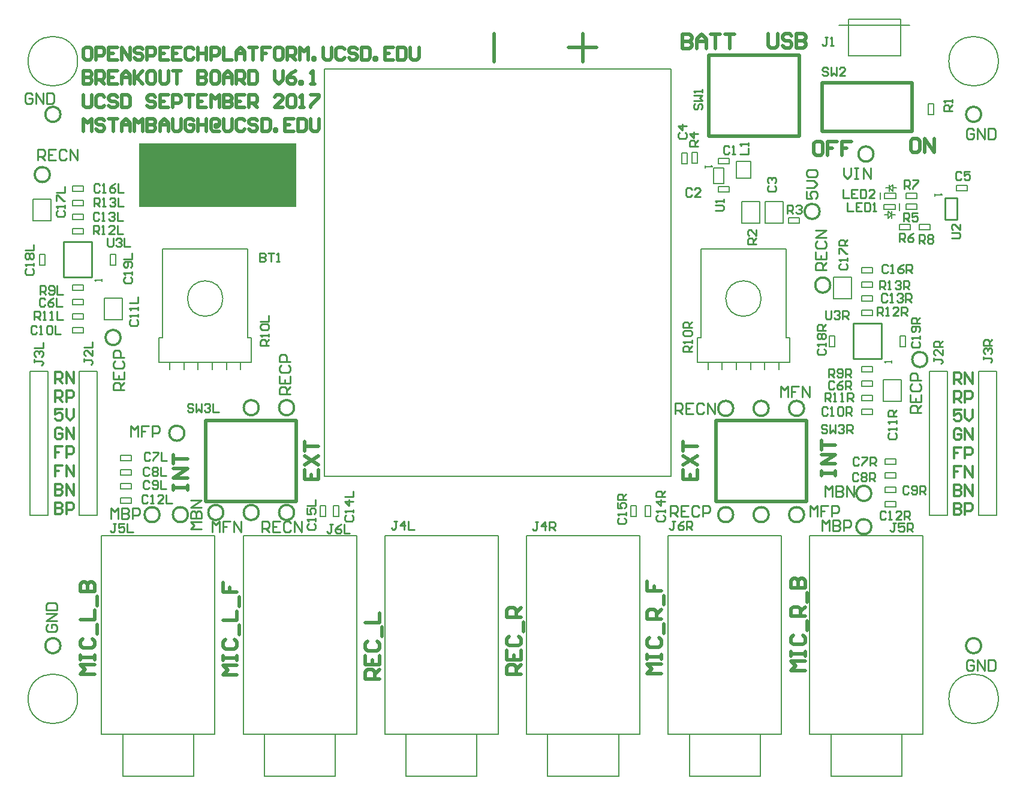
<source format=gto>
G04 Layer_Color=65535*
%FSLAX43Y43*%
%MOMM*%
G71*
G01*
G75*
%ADD23C,0.500*%
%ADD26C,0.300*%
%ADD28C,0.254*%
%ADD45C,0.127*%
%ADD46C,0.152*%
%ADD47C,0.200*%
%ADD48R,22.200X9.000*%
D23*
X111400Y32870D02*
Y44300D01*
X98600Y32870D02*
X111400D01*
X98600D02*
Y44300D01*
X111400D01*
X26600Y32870D02*
Y44300D01*
X39400D01*
Y32870D02*
Y44300D01*
X26600Y32870D02*
X39400D01*
X97600Y84400D02*
Y95830D01*
X110400D01*
Y84400D02*
Y95830D01*
X97600Y84400D02*
X110400D01*
X113650Y85071D02*
X126350D01*
Y91929D01*
X113650D02*
X126350D01*
X113650Y85071D02*
Y91929D01*
X67300Y94930D02*
Y98930D01*
X79800Y94930D02*
Y98930D01*
X77800Y96930D02*
X81800D01*
X10200Y96977D02*
X9600D01*
X9300Y96677D01*
Y95478D01*
X9600Y95178D01*
X10200D01*
X10500Y95478D01*
Y96677D01*
X10200Y96977D01*
X11099Y95178D02*
Y96977D01*
X11999D01*
X12299Y96677D01*
Y96078D01*
X11999Y95778D01*
X11099D01*
X14098Y96977D02*
X12899D01*
Y95178D01*
X14098D01*
X12899Y96078D02*
X13499D01*
X14698Y95178D02*
Y96977D01*
X15898Y95178D01*
Y96977D01*
X17697Y96677D02*
X17397Y96977D01*
X16798D01*
X16498Y96677D01*
Y96378D01*
X16798Y96078D01*
X17397D01*
X17697Y95778D01*
Y95478D01*
X17397Y95178D01*
X16798D01*
X16498Y95478D01*
X18297Y95178D02*
Y96977D01*
X19197D01*
X19497Y96677D01*
Y96078D01*
X19197Y95778D01*
X18297D01*
X21296Y96977D02*
X20097D01*
Y95178D01*
X21296D01*
X20097Y96078D02*
X20696D01*
X23096Y96977D02*
X21896D01*
Y95178D01*
X23096D01*
X21896Y96078D02*
X22496D01*
X24895Y96677D02*
X24595Y96977D01*
X23995D01*
X23695Y96677D01*
Y95478D01*
X23995Y95178D01*
X24595D01*
X24895Y95478D01*
X25495Y96977D02*
Y95178D01*
Y96078D01*
X26694D01*
Y96977D01*
Y95178D01*
X27294D02*
Y96977D01*
X28194D01*
X28494Y96677D01*
Y96078D01*
X28194Y95778D01*
X27294D01*
X29094Y96977D02*
Y95178D01*
X30293D01*
X30893D02*
Y96378D01*
X31493Y96977D01*
X32093Y96378D01*
Y95178D01*
Y96078D01*
X30893D01*
X32692Y96977D02*
X33892D01*
X33292D01*
Y95178D01*
X35691Y96977D02*
X34492D01*
Y96078D01*
X35092D01*
X34492D01*
Y95178D01*
X37191Y96977D02*
X36591D01*
X36291Y96677D01*
Y95478D01*
X36591Y95178D01*
X37191D01*
X37491Y95478D01*
Y96677D01*
X37191Y96977D01*
X38091Y95178D02*
Y96977D01*
X38990D01*
X39290Y96677D01*
Y96078D01*
X38990Y95778D01*
X38091D01*
X38690D02*
X39290Y95178D01*
X39890D02*
Y96977D01*
X40490Y96378D01*
X41090Y96977D01*
Y95178D01*
X41690D02*
Y95478D01*
X41989D01*
Y95178D01*
X41690D01*
X43189Y96977D02*
Y95478D01*
X43489Y95178D01*
X44089D01*
X44389Y95478D01*
Y96977D01*
X46188Y96677D02*
X45888Y96977D01*
X45288D01*
X44988Y96677D01*
Y95478D01*
X45288Y95178D01*
X45888D01*
X46188Y95478D01*
X47987Y96677D02*
X47688Y96977D01*
X47088D01*
X46788Y96677D01*
Y96378D01*
X47088Y96078D01*
X47688D01*
X47987Y95778D01*
Y95478D01*
X47688Y95178D01*
X47088D01*
X46788Y95478D01*
X48587Y96977D02*
Y95178D01*
X49487D01*
X49787Y95478D01*
Y96677D01*
X49487Y96977D01*
X48587D01*
X50387Y95178D02*
Y95478D01*
X50687D01*
Y95178D01*
X50387D01*
X53086Y96977D02*
X51886D01*
Y95178D01*
X53086D01*
X51886Y96078D02*
X52486D01*
X53686Y96977D02*
Y95178D01*
X54585D01*
X54885Y95478D01*
Y96677D01*
X54585Y96977D01*
X53686D01*
X55485D02*
Y95478D01*
X55785Y95178D01*
X56385D01*
X56685Y95478D01*
Y96977D01*
X9300Y93618D02*
Y91819D01*
X10200D01*
X10500Y92118D01*
Y92418D01*
X10200Y92718D01*
X9300D01*
X10200D01*
X10500Y93018D01*
Y93318D01*
X10200Y93618D01*
X9300D01*
X11099Y91819D02*
Y93618D01*
X11999D01*
X12299Y93318D01*
Y92718D01*
X11999Y92418D01*
X11099D01*
X11699D02*
X12299Y91819D01*
X14098Y93618D02*
X12899D01*
Y91819D01*
X14098D01*
X12899Y92718D02*
X13499D01*
X14698Y91819D02*
Y93018D01*
X15298Y93618D01*
X15898Y93018D01*
Y91819D01*
Y92718D01*
X14698D01*
X16498Y93618D02*
Y91819D01*
Y92418D01*
X17697Y93618D01*
X16798Y92718D01*
X17697Y91819D01*
X19197Y93618D02*
X18597D01*
X18297Y93318D01*
Y92118D01*
X18597Y91819D01*
X19197D01*
X19497Y92118D01*
Y93318D01*
X19197Y93618D01*
X20097D02*
Y92118D01*
X20396Y91819D01*
X20996D01*
X21296Y92118D01*
Y93618D01*
X21896D02*
X23096D01*
X22496D01*
Y91819D01*
X25495Y93618D02*
Y91819D01*
X26394D01*
X26694Y92118D01*
Y92418D01*
X26394Y92718D01*
X25495D01*
X26394D01*
X26694Y93018D01*
Y93318D01*
X26394Y93618D01*
X25495D01*
X28194D02*
X27594D01*
X27294Y93318D01*
Y92118D01*
X27594Y91819D01*
X28194D01*
X28494Y92118D01*
Y93318D01*
X28194Y93618D01*
X29094Y91819D02*
Y93018D01*
X29693Y93618D01*
X30293Y93018D01*
Y91819D01*
Y92718D01*
X29094D01*
X30893Y91819D02*
Y93618D01*
X31793D01*
X32093Y93318D01*
Y92718D01*
X31793Y92418D01*
X30893D01*
X31493D02*
X32093Y91819D01*
X32692Y93618D02*
Y91819D01*
X33592D01*
X33892Y92118D01*
Y93318D01*
X33592Y93618D01*
X32692D01*
X36291D02*
Y92418D01*
X36891Y91819D01*
X37491Y92418D01*
Y93618D01*
X39290D02*
X38690Y93318D01*
X38091Y92718D01*
Y92118D01*
X38391Y91819D01*
X38990D01*
X39290Y92118D01*
Y92418D01*
X38990Y92718D01*
X38091D01*
X39890Y91819D02*
Y92118D01*
X40190D01*
Y91819D01*
X39890D01*
X41390D02*
X41989D01*
X41690D01*
Y93618D01*
X41390Y93318D01*
X9300Y90259D02*
Y88759D01*
X9600Y88459D01*
X10200D01*
X10500Y88759D01*
Y90259D01*
X12299Y89959D02*
X11999Y90259D01*
X11399D01*
X11099Y89959D01*
Y88759D01*
X11399Y88459D01*
X11999D01*
X12299Y88759D01*
X14098Y89959D02*
X13799Y90259D01*
X13199D01*
X12899Y89959D01*
Y89659D01*
X13199Y89359D01*
X13799D01*
X14098Y89059D01*
Y88759D01*
X13799Y88459D01*
X13199D01*
X12899Y88759D01*
X14698Y90259D02*
Y88459D01*
X15598D01*
X15898Y88759D01*
Y89959D01*
X15598Y90259D01*
X14698D01*
X19497Y89959D02*
X19197Y90259D01*
X18597D01*
X18297Y89959D01*
Y89659D01*
X18597Y89359D01*
X19197D01*
X19497Y89059D01*
Y88759D01*
X19197Y88459D01*
X18597D01*
X18297Y88759D01*
X21296Y90259D02*
X20097D01*
Y88459D01*
X21296D01*
X20097Y89359D02*
X20696D01*
X21896Y88459D02*
Y90259D01*
X22796D01*
X23096Y89959D01*
Y89359D01*
X22796Y89059D01*
X21896D01*
X23695Y90259D02*
X24895D01*
X24295D01*
Y88459D01*
X26694Y90259D02*
X25495D01*
Y88459D01*
X26694D01*
X25495Y89359D02*
X26095D01*
X27294Y88459D02*
Y90259D01*
X27894Y89659D01*
X28494Y90259D01*
Y88459D01*
X29094Y90259D02*
Y88459D01*
X29993D01*
X30293Y88759D01*
Y89059D01*
X29993Y89359D01*
X29094D01*
X29993D01*
X30293Y89659D01*
Y89959D01*
X29993Y90259D01*
X29094D01*
X32093D02*
X30893D01*
Y88459D01*
X32093D01*
X30893Y89359D02*
X31493D01*
X32692Y88459D02*
Y90259D01*
X33592D01*
X33892Y89959D01*
Y89359D01*
X33592Y89059D01*
X32692D01*
X33292D02*
X33892Y88459D01*
X37491D02*
X36291D01*
X37491Y89659D01*
Y89959D01*
X37191Y90259D01*
X36591D01*
X36291Y89959D01*
X38091D02*
X38391Y90259D01*
X38990D01*
X39290Y89959D01*
Y88759D01*
X38990Y88459D01*
X38391D01*
X38091Y88759D01*
Y89959D01*
X39890Y88459D02*
X40490D01*
X40190D01*
Y90259D01*
X39890Y89959D01*
X41390Y90259D02*
X42589D01*
Y89959D01*
X41390Y88759D01*
Y88459D01*
X9300Y85100D02*
Y86899D01*
X9900Y86300D01*
X10500Y86899D01*
Y85100D01*
X12299Y86600D02*
X11999Y86899D01*
X11399D01*
X11099Y86600D01*
Y86300D01*
X11399Y86000D01*
X11999D01*
X12299Y85700D01*
Y85400D01*
X11999Y85100D01*
X11399D01*
X11099Y85400D01*
X12899Y86899D02*
X14098D01*
X13499D01*
Y85100D01*
X14698D02*
Y86300D01*
X15298Y86899D01*
X15898Y86300D01*
Y85100D01*
Y86000D01*
X14698D01*
X16498Y85100D02*
Y86899D01*
X17097Y86300D01*
X17697Y86899D01*
Y85100D01*
X18297Y86899D02*
Y85100D01*
X19197D01*
X19497Y85400D01*
Y85700D01*
X19197Y86000D01*
X18297D01*
X19197D01*
X19497Y86300D01*
Y86600D01*
X19197Y86899D01*
X18297D01*
X20097Y85100D02*
Y86300D01*
X20696Y86899D01*
X21296Y86300D01*
Y85100D01*
Y86000D01*
X20097D01*
X21896Y86899D02*
Y85400D01*
X22196Y85100D01*
X22796D01*
X23096Y85400D01*
Y86899D01*
X24895Y86600D02*
X24595Y86899D01*
X23995D01*
X23695Y86600D01*
Y85400D01*
X23995Y85100D01*
X24595D01*
X24895Y85400D01*
Y86000D01*
X24295D01*
X25495Y86899D02*
Y85100D01*
Y86000D01*
X26694D01*
Y86899D01*
Y85100D01*
X28194Y85700D02*
Y86000D01*
X27894D01*
Y85700D01*
X28194D01*
X28494Y86000D01*
Y86600D01*
X28194Y86899D01*
X27594D01*
X27294Y86600D01*
Y85400D01*
X27594Y85100D01*
X28494D01*
X29094Y86899D02*
Y85400D01*
X29393Y85100D01*
X29993D01*
X30293Y85400D01*
Y86899D01*
X32093Y86600D02*
X31793Y86899D01*
X31193D01*
X30893Y86600D01*
Y85400D01*
X31193Y85100D01*
X31793D01*
X32093Y85400D01*
X33892Y86600D02*
X33592Y86899D01*
X32992D01*
X32692Y86600D01*
Y86300D01*
X32992Y86000D01*
X33592D01*
X33892Y85700D01*
Y85400D01*
X33592Y85100D01*
X32992D01*
X32692Y85400D01*
X34492Y86899D02*
Y85100D01*
X35392D01*
X35691Y85400D01*
Y86600D01*
X35392Y86899D01*
X34492D01*
X36291Y85100D02*
Y85400D01*
X36591D01*
Y85100D01*
X36291D01*
X38990Y86899D02*
X37791D01*
Y85100D01*
X38990D01*
X37791Y86000D02*
X38391D01*
X39590Y86899D02*
Y85100D01*
X40490D01*
X40790Y85400D01*
Y86600D01*
X40490Y86899D01*
X39590D01*
X41390D02*
Y85400D01*
X41690Y85100D01*
X42289D01*
X42589Y85400D01*
Y86899D01*
X71100Y8500D02*
X69101D01*
Y9500D01*
X69434Y9833D01*
X70100D01*
X70434Y9500D01*
Y8500D01*
Y9166D02*
X71100Y9833D01*
X69101Y11832D02*
Y10499D01*
X71100D01*
Y11832D01*
X70100Y10499D02*
Y11166D01*
X69434Y13832D02*
X69101Y13498D01*
Y12832D01*
X69434Y12499D01*
X70767D01*
X71100Y12832D01*
Y13498D01*
X70767Y13832D01*
X71433Y14498D02*
Y15831D01*
X71100Y16497D02*
X69101D01*
Y17497D01*
X69434Y17830D01*
X70100D01*
X70434Y17497D01*
Y16497D01*
Y17164D02*
X71100Y17830D01*
X90900Y8600D02*
X88901D01*
X89567Y9266D01*
X88901Y9933D01*
X90900D01*
X88901Y10599D02*
Y11266D01*
Y10933D01*
X90900D01*
Y10599D01*
Y11266D01*
X89234Y13598D02*
X88901Y13265D01*
Y12599D01*
X89234Y12265D01*
X90567D01*
X90900Y12599D01*
Y13265D01*
X90567Y13598D01*
X91233Y14265D02*
Y15598D01*
X90900Y16264D02*
X88901D01*
Y17264D01*
X89234Y17597D01*
X89900D01*
X90234Y17264D01*
Y16264D01*
Y16931D02*
X90900Y17597D01*
X91233Y18264D02*
Y19596D01*
X88901Y21596D02*
Y20263D01*
X89900D01*
Y20929D01*
Y20263D01*
X90900D01*
X111200Y9000D02*
X109201D01*
X109867Y9666D01*
X109201Y10333D01*
X111200D01*
X109201Y10999D02*
Y11666D01*
Y11333D01*
X111200D01*
Y10999D01*
Y11666D01*
X109534Y13998D02*
X109201Y13665D01*
Y12999D01*
X109534Y12665D01*
X110867D01*
X111200Y12999D01*
Y13665D01*
X110867Y13998D01*
X111533Y14665D02*
Y15998D01*
X111200Y16664D02*
X109201D01*
Y17664D01*
X109534Y17997D01*
X110200D01*
X110534Y17664D01*
Y16664D01*
Y17331D02*
X111200Y17997D01*
X111533Y18664D02*
Y19996D01*
X109201Y20663D02*
X111200D01*
Y21663D01*
X110867Y21996D01*
X110534D01*
X110200Y21663D01*
Y20663D01*
Y21663D01*
X109867Y21996D01*
X109534D01*
X109201Y21663D01*
Y20663D01*
X51100Y7800D02*
X49101D01*
Y8800D01*
X49434Y9133D01*
X50100D01*
X50434Y8800D01*
Y7800D01*
Y8466D02*
X51100Y9133D01*
X49101Y11132D02*
Y9799D01*
X51100D01*
Y11132D01*
X50100Y9799D02*
Y10466D01*
X49434Y13132D02*
X49101Y12798D01*
Y12132D01*
X49434Y11799D01*
X50767D01*
X51100Y12132D01*
Y12798D01*
X50767Y13132D01*
X51433Y13798D02*
Y15131D01*
X49101Y15797D02*
X51100D01*
Y17130D01*
X10900Y8500D02*
X8901D01*
X9567Y9166D01*
X8901Y9833D01*
X10900D01*
X8901Y10499D02*
Y11166D01*
Y10833D01*
X10900D01*
Y10499D01*
Y11166D01*
X9234Y13498D02*
X8901Y13165D01*
Y12499D01*
X9234Y12165D01*
X10567D01*
X10900Y12499D01*
Y13165D01*
X10567Y13498D01*
X11233Y14165D02*
Y15498D01*
X8901Y16164D02*
X10900D01*
Y17497D01*
X11233Y18164D02*
Y19496D01*
X8901Y20163D02*
X10900D01*
Y21163D01*
X10567Y21496D01*
X10234D01*
X9900Y21163D01*
Y20163D01*
Y21163D01*
X9567Y21496D01*
X9234D01*
X8901Y21163D01*
Y20163D01*
X31000Y8400D02*
X29001D01*
X29667Y9066D01*
X29001Y9733D01*
X31000D01*
X29001Y10399D02*
Y11066D01*
Y10733D01*
X31000D01*
Y10399D01*
Y11066D01*
X29334Y13398D02*
X29001Y13065D01*
Y12399D01*
X29334Y12065D01*
X30667D01*
X31000Y12399D01*
Y13065D01*
X30667Y13398D01*
X31333Y14065D02*
Y15398D01*
X29001Y16064D02*
X31000D01*
Y17397D01*
X31333Y18064D02*
Y19396D01*
X29001Y21396D02*
Y20063D01*
X30000D01*
Y20729D01*
Y20063D01*
X31000D01*
X93900Y98799D02*
Y96800D01*
X94900D01*
X95233Y97133D01*
Y97466D01*
X94900Y97800D01*
X93900D01*
X94900D01*
X95233Y98133D01*
Y98466D01*
X94900Y98799D01*
X93900D01*
X95899Y96800D02*
Y98133D01*
X96566Y98799D01*
X97232Y98133D01*
Y96800D01*
Y97800D01*
X95899D01*
X97899Y98799D02*
X99232D01*
X98565D01*
Y96800D01*
X99898Y98799D02*
X101231D01*
X100565D01*
Y96800D01*
X106000Y98899D02*
Y97233D01*
X106333Y96900D01*
X107000D01*
X107333Y97233D01*
Y98899D01*
X109332Y98566D02*
X108999Y98899D01*
X108333D01*
X107999Y98566D01*
Y98233D01*
X108333Y97900D01*
X108999D01*
X109332Y97566D01*
Y97233D01*
X108999Y96900D01*
X108333D01*
X107999Y97233D01*
X109999Y98899D02*
Y96900D01*
X110998D01*
X111332Y97233D01*
Y97566D01*
X110998Y97900D01*
X109999D01*
X110998D01*
X111332Y98233D01*
Y98566D01*
X110998Y98899D01*
X109999D01*
X127100Y84099D02*
X126433D01*
X126100Y83766D01*
Y82433D01*
X126433Y82100D01*
X127100D01*
X127433Y82433D01*
Y83766D01*
X127100Y84099D01*
X128099Y82100D02*
Y84099D01*
X129432Y82100D01*
Y84099D01*
X113400Y83699D02*
X112733D01*
X112400Y83366D01*
Y82033D01*
X112733Y81700D01*
X113400D01*
X113733Y82033D01*
Y83366D01*
X113400Y83699D01*
X115732D02*
X114399D01*
Y82700D01*
X115066D01*
X114399D01*
Y81700D01*
X117732Y83699D02*
X116399D01*
Y82700D01*
X117065D01*
X116399D01*
Y81700D01*
X113501Y36500D02*
Y37166D01*
Y36833D01*
X115500D01*
Y36500D01*
Y37166D01*
Y38166D02*
X113501D01*
X115500Y39499D01*
X113501D01*
Y40165D02*
Y41498D01*
Y40832D01*
X115500D01*
X22001Y34500D02*
Y35166D01*
Y34833D01*
X24000D01*
Y34500D01*
Y35166D01*
Y36166D02*
X22001D01*
X24000Y37499D01*
X22001D01*
Y38165D02*
Y39498D01*
Y38832D01*
X24000D01*
X40501Y37333D02*
Y36000D01*
X42500D01*
Y37333D01*
X41500Y36000D02*
Y36666D01*
X40501Y37999D02*
X42500Y39332D01*
X40501D02*
X42500Y37999D01*
X40501Y39999D02*
Y41332D01*
Y40665D01*
X42500D01*
X94001Y37333D02*
Y36000D01*
X96000D01*
Y37333D01*
X95000Y36000D02*
Y36666D01*
X94001Y37999D02*
X96000Y39332D01*
X94001D02*
X96000Y37999D01*
X94001Y39999D02*
Y41332D01*
Y40665D01*
X96000D01*
D26*
X136061Y87500D02*
G03*
X136061Y87500I-1061J0D01*
G01*
Y12500D02*
G03*
X136061Y12500I-1061J0D01*
G01*
X34061Y31300D02*
G03*
X34061Y31300I-1061J0D01*
G01*
X34061Y46100D02*
G03*
X34061Y46100I-1061J0D01*
G01*
X106061Y46000D02*
G03*
X106061Y46000I-1061J0D01*
G01*
Y31000D02*
G03*
X106061Y31000I-1061J0D01*
G01*
X6061Y87500D02*
G03*
X6061Y87500I-1061J0D01*
G01*
X4561Y79000D02*
G03*
X4561Y79000I-1061J0D01*
G01*
X14561Y56000D02*
G03*
X14561Y56000I-1061J0D01*
G01*
X6061Y12500D02*
G03*
X6061Y12500I-1061J0D01*
G01*
X20061Y31000D02*
G03*
X20061Y31000I-1061J0D01*
G01*
X24061D02*
G03*
X24061Y31000I-1061J0D01*
G01*
X29061Y31300D02*
G03*
X29061Y31300I-1061J0D01*
G01*
X39061D02*
G03*
X39061Y31300I-1061J0D01*
G01*
X39061Y46100D02*
G03*
X39061Y46100I-1061J0D01*
G01*
X101061Y31000D02*
G03*
X101061Y31000I-1061J0D01*
G01*
X101061Y46000D02*
G03*
X101061Y46000I-1061J0D01*
G01*
X111061Y31000D02*
G03*
X111061Y31000I-1061J0D01*
G01*
X120561Y34000D02*
G03*
X120561Y34000I-1061J0D01*
G01*
X120560Y29300D02*
G03*
X120560Y29300I-1061J0D01*
G01*
X111061Y46000D02*
G03*
X111061Y46000I-1061J0D01*
G01*
X113261Y73800D02*
G03*
X113261Y73800I-1061J0D01*
G01*
X120861Y81900D02*
G03*
X120861Y81900I-1061J0D01*
G01*
X128461Y52900D02*
G03*
X128461Y52900I-1061J0D01*
G01*
X114761Y63400D02*
G03*
X114761Y63400I-1061J0D01*
G01*
X23561Y42500D02*
G03*
X23561Y42500I-1061J0D01*
G01*
X5300Y49576D02*
Y51175D01*
X6100D01*
X6366Y50909D01*
Y50375D01*
X6100Y50109D01*
X5300D01*
X5833D02*
X6366Y49576D01*
X6899D02*
Y51175D01*
X7966Y49576D01*
Y51175D01*
X5300Y46936D02*
Y48536D01*
X6100D01*
X6366Y48269D01*
Y47736D01*
X6100Y47469D01*
X5300D01*
X5833D02*
X6366Y46936D01*
X6899D02*
Y48536D01*
X7699D01*
X7966Y48269D01*
Y47736D01*
X7699Y47469D01*
X6899D01*
X6366Y45896D02*
X5300D01*
Y45097D01*
X5833Y45363D01*
X6100D01*
X6366Y45097D01*
Y44563D01*
X6100Y44297D01*
X5567D01*
X5300Y44563D01*
X6899Y45896D02*
Y44830D01*
X7433Y44297D01*
X7966Y44830D01*
Y45896D01*
X6366Y42990D02*
X6100Y43257D01*
X5567D01*
X5300Y42990D01*
Y41924D01*
X5567Y41658D01*
X6100D01*
X6366Y41924D01*
Y42457D01*
X5833D01*
X6899Y41658D02*
Y43257D01*
X7966Y41658D01*
Y43257D01*
X6366Y40618D02*
X5300D01*
Y39818D01*
X5833D01*
X5300D01*
Y39018D01*
X6899D02*
Y40618D01*
X7699D01*
X7966Y40351D01*
Y39818D01*
X7699Y39551D01*
X6899D01*
X6366Y37978D02*
X5300D01*
Y37178D01*
X5833D01*
X5300D01*
Y36379D01*
X6899D02*
Y37978D01*
X7966Y36379D01*
Y37978D01*
X5300Y35339D02*
Y33739D01*
X6100D01*
X6366Y34006D01*
Y34273D01*
X6100Y34539D01*
X5300D01*
X6100D01*
X6366Y34806D01*
Y35072D01*
X6100Y35339D01*
X5300D01*
X6899Y33739D02*
Y35339D01*
X7966Y33739D01*
Y35339D01*
X5300Y32699D02*
Y31100D01*
X6100D01*
X6366Y31367D01*
Y31633D01*
X6100Y31900D01*
X5300D01*
X6100D01*
X6366Y32166D01*
Y32433D01*
X6100Y32699D01*
X5300D01*
X6899Y31100D02*
Y32699D01*
X7699D01*
X7966Y32433D01*
Y31900D01*
X7699Y31633D01*
X6899D01*
X132199Y49476D02*
Y51075D01*
X132999D01*
X133266Y50809D01*
Y50275D01*
X132999Y50009D01*
X132199D01*
X132733D02*
X133266Y49476D01*
X133799D02*
Y51075D01*
X134865Y49476D01*
Y51075D01*
X132199Y46836D02*
Y48436D01*
X132999D01*
X133266Y48169D01*
Y47636D01*
X132999Y47369D01*
X132199D01*
X132733D02*
X133266Y46836D01*
X133799D02*
Y48436D01*
X134599D01*
X134865Y48169D01*
Y47636D01*
X134599Y47369D01*
X133799D01*
X133266Y45796D02*
X132199D01*
Y44997D01*
X132733Y45263D01*
X132999D01*
X133266Y44997D01*
Y44463D01*
X132999Y44197D01*
X132466D01*
X132199Y44463D01*
X133799Y45796D02*
Y44730D01*
X134332Y44197D01*
X134865Y44730D01*
Y45796D01*
X133266Y42890D02*
X132999Y43157D01*
X132466D01*
X132199Y42890D01*
Y41824D01*
X132466Y41557D01*
X132999D01*
X133266Y41824D01*
Y42357D01*
X132733D01*
X133799Y41557D02*
Y43157D01*
X134865Y41557D01*
Y43157D01*
X133266Y40518D02*
X132199D01*
Y39718D01*
X132733D01*
X132199D01*
Y38918D01*
X133799D02*
Y40518D01*
X134599D01*
X134865Y40251D01*
Y39718D01*
X134599Y39451D01*
X133799D01*
X133266Y37878D02*
X132199D01*
Y37078D01*
X132733D01*
X132199D01*
Y36279D01*
X133799D02*
Y37878D01*
X134865Y36279D01*
Y37878D01*
X132199Y35239D02*
Y33639D01*
X132999D01*
X133266Y33906D01*
Y34173D01*
X132999Y34439D01*
X132199D01*
X132999D01*
X133266Y34706D01*
Y34972D01*
X132999Y35239D01*
X132199D01*
X133799Y33639D02*
Y35239D01*
X134865Y33639D01*
Y35239D01*
X132199Y32599D02*
Y31000D01*
X132999D01*
X133266Y31267D01*
Y31533D01*
X132999Y31800D01*
X132199D01*
X132999D01*
X133266Y32066D01*
Y32333D01*
X132999Y32599D01*
X132199D01*
X133799Y31000D02*
Y32599D01*
X134599D01*
X134865Y32333D01*
Y31800D01*
X134599Y31533D01*
X133799D01*
D28*
X6500Y64500D02*
Y69500D01*
Y64500D02*
X10500D01*
Y69500D01*
X6500D02*
X10500D01*
X118000Y53000D02*
Y58000D01*
Y53000D02*
X122000D01*
Y58000D01*
X118000D02*
X122000D01*
X130925Y72675D02*
Y75725D01*
X132675Y72675D02*
Y75725D01*
X130925D02*
X132675D01*
X130925Y72675D02*
X132675D01*
X24800Y46500D02*
X24600Y46700D01*
X24200D01*
X24000Y46500D01*
Y46300D01*
X24200Y46100D01*
X24600D01*
X24800Y45900D01*
Y45700D01*
X24600Y45500D01*
X24200D01*
X24000Y45700D01*
X25200Y46700D02*
Y45500D01*
X25599Y45900D01*
X25999Y45500D01*
Y46700D01*
X26399Y46500D02*
X26599Y46700D01*
X26999D01*
X27199Y46500D01*
Y46300D01*
X26999Y46100D01*
X26799D01*
X26999D01*
X27199Y45900D01*
Y45700D01*
X26999Y45500D01*
X26599D01*
X26399Y45700D01*
X27599Y46700D02*
Y45500D01*
X28399D01*
X53600Y30100D02*
X53200D01*
X53400D01*
Y29100D01*
X53200Y28900D01*
X53000D01*
X52800Y29100D01*
X54599Y28900D02*
Y30100D01*
X54000Y29500D01*
X54799D01*
X55199Y30100D02*
Y28900D01*
X55999D01*
X114000Y33500D02*
Y35024D01*
X114508Y34516D01*
X115016Y35024D01*
Y33500D01*
X115524Y35024D02*
Y33500D01*
X116285D01*
X116539Y33754D01*
Y34008D01*
X116285Y34262D01*
X115524D01*
X116285D01*
X116539Y34516D01*
Y34770D01*
X116285Y35024D01*
X115524D01*
X117047Y33500D02*
Y35024D01*
X118063Y33500D01*
Y35024D01*
X26000Y29000D02*
X24476D01*
X24984Y29508D01*
X24476Y30016D01*
X26000D01*
X24476Y30524D02*
X26000D01*
Y31285D01*
X25746Y31539D01*
X25492D01*
X25238Y31285D01*
Y30524D01*
Y31285D01*
X24984Y31539D01*
X24730D01*
X24476Y31285D01*
Y30524D01*
X26000Y32047D02*
X24476D01*
X26000Y33063D01*
X24476D01*
X113600Y28700D02*
Y30224D01*
X114108Y29716D01*
X114616Y30224D01*
Y28700D01*
X115124Y30224D02*
Y28700D01*
X115885D01*
X116139Y28954D01*
Y29208D01*
X115885Y29462D01*
X115124D01*
X115885D01*
X116139Y29716D01*
Y29970D01*
X115885Y30224D01*
X115124D01*
X116647Y28700D02*
Y30224D01*
X117409D01*
X117663Y29970D01*
Y29462D01*
X117409Y29208D01*
X116647D01*
X13200Y30400D02*
Y31924D01*
X13708Y31416D01*
X14216Y31924D01*
Y30400D01*
X14724Y31924D02*
Y30400D01*
X15485D01*
X15739Y30654D01*
Y30908D01*
X15485Y31162D01*
X14724D01*
X15485D01*
X15739Y31416D01*
Y31670D01*
X15485Y31924D01*
X14724D01*
X16247Y30400D02*
Y31924D01*
X17009D01*
X17263Y31670D01*
Y31162D01*
X17009Y30908D01*
X16247D01*
X114100Y59800D02*
Y58800D01*
X114300Y58600D01*
X114700D01*
X114900Y58800D01*
Y59800D01*
X115300Y59600D02*
X115500Y59800D01*
X115899D01*
X116099Y59600D01*
Y59400D01*
X115899Y59200D01*
X115699D01*
X115899D01*
X116099Y59000D01*
Y58800D01*
X115899Y58600D01*
X115500D01*
X115300Y58800D01*
X116499Y58600D02*
Y59800D01*
X117099D01*
X117299Y59600D01*
Y59200D01*
X117099Y59000D01*
X116499D01*
X116899D02*
X117299Y58600D01*
X12700Y70000D02*
Y69000D01*
X12900Y68800D01*
X13300D01*
X13500Y69000D01*
Y70000D01*
X13900Y69800D02*
X14100Y70000D01*
X14499D01*
X14699Y69800D01*
Y69600D01*
X14499Y69400D01*
X14299D01*
X14499D01*
X14699Y69200D01*
Y69000D01*
X14499Y68800D01*
X14100D01*
X13900Y69000D01*
X15099Y70000D02*
Y68800D01*
X15899D01*
X131900Y70000D02*
X132900D01*
X133100Y70200D01*
Y70600D01*
X132900Y70800D01*
X131900D01*
X133100Y71999D02*
Y71200D01*
X132300Y71999D01*
X132100D01*
X131900Y71799D01*
Y71400D01*
X132100Y71200D01*
X98500Y73900D02*
X99500D01*
X99700Y74100D01*
Y74500D01*
X99500Y74700D01*
X98500D01*
X99700Y75100D02*
Y75499D01*
Y75300D01*
X98500D01*
X98700Y75100D01*
X135056Y10263D02*
X134802Y10517D01*
X134294D01*
X134040Y10263D01*
Y9248D01*
X134294Y8994D01*
X134802D01*
X135056Y9248D01*
Y9755D01*
X134548D01*
X135564Y8994D02*
Y10517D01*
X136579Y8994D01*
Y10517D01*
X137087D02*
Y8994D01*
X137849D01*
X138103Y9248D01*
Y10263D01*
X137849Y10517D01*
X137087D01*
X135056Y85269D02*
X134802Y85523D01*
X134294D01*
X134040Y85269D01*
Y84254D01*
X134294Y84000D01*
X134802D01*
X135056Y84254D01*
Y84762D01*
X134548D01*
X135564Y84000D02*
Y85523D01*
X136579Y84000D01*
Y85523D01*
X137087D02*
Y84000D01*
X137849D01*
X138103Y84254D01*
Y85269D01*
X137849Y85523D01*
X137087D01*
X2116Y90270D02*
X1862Y90524D01*
X1354D01*
X1100Y90270D01*
Y89254D01*
X1354Y89000D01*
X1862D01*
X2116Y89254D01*
Y89762D01*
X1608D01*
X2624Y89000D02*
Y90524D01*
X3639Y89000D01*
Y90524D01*
X4147D02*
Y89000D01*
X4909D01*
X5163Y89254D01*
Y90270D01*
X4909Y90524D01*
X4147D01*
X4330Y15516D02*
X4076Y15262D01*
Y14754D01*
X4330Y14500D01*
X5346D01*
X5600Y14754D01*
Y15262D01*
X5346Y15516D01*
X4838D01*
Y15008D01*
X5600Y16024D02*
X4076D01*
X5600Y17039D01*
X4076D01*
Y17547D02*
X5600D01*
Y18309D01*
X5346Y18563D01*
X4330D01*
X4076Y18309D01*
Y17547D01*
X92900Y45200D02*
Y46724D01*
X93662D01*
X93916Y46470D01*
Y45962D01*
X93662Y45708D01*
X92900D01*
X93408D02*
X93916Y45200D01*
X95439Y46724D02*
X94424D01*
Y45200D01*
X95439D01*
X94424Y45962D02*
X94931D01*
X96963Y46470D02*
X96709Y46724D01*
X96201D01*
X95947Y46470D01*
Y45454D01*
X96201Y45200D01*
X96709D01*
X96963Y45454D01*
X97471Y45200D02*
Y46724D01*
X98486Y45200D01*
Y46724D01*
X34500Y28500D02*
Y30024D01*
X35262D01*
X35516Y29770D01*
Y29262D01*
X35262Y29008D01*
X34500D01*
X35008D02*
X35516Y28500D01*
X37039Y30024D02*
X36024D01*
Y28500D01*
X37039D01*
X36024Y29262D02*
X36531D01*
X38563Y29770D02*
X38309Y30024D01*
X37801D01*
X37547Y29770D01*
Y28754D01*
X37801Y28500D01*
X38309D01*
X38563Y28754D01*
X39071Y28500D02*
Y30024D01*
X40086Y28500D01*
Y30024D01*
X114200Y65500D02*
X112676D01*
Y66262D01*
X112930Y66516D01*
X113438D01*
X113692Y66262D01*
Y65500D01*
Y66008D02*
X114200Y66516D01*
X112676Y68039D02*
Y67024D01*
X114200D01*
Y68039D01*
X113438Y67024D02*
Y67531D01*
X112930Y69563D02*
X112676Y69309D01*
Y68801D01*
X112930Y68547D01*
X113946D01*
X114200Y68801D01*
Y69309D01*
X113946Y69563D01*
X114200Y70071D02*
X112676D01*
X114200Y71086D01*
X112676D01*
X2900Y81000D02*
Y82524D01*
X3662D01*
X3916Y82270D01*
Y81762D01*
X3662Y81508D01*
X2900D01*
X3408D02*
X3916Y81000D01*
X5439Y82524D02*
X4424D01*
Y81000D01*
X5439D01*
X4424Y81762D02*
X4931D01*
X6963Y82270D02*
X6709Y82524D01*
X6201D01*
X5947Y82270D01*
Y81254D01*
X6201Y81000D01*
X6709D01*
X6963Y81254D01*
X7471Y81000D02*
Y82524D01*
X8486Y81000D01*
Y82524D01*
X92200Y30700D02*
Y32224D01*
X92962D01*
X93216Y31970D01*
Y31462D01*
X92962Y31208D01*
X92200D01*
X92708D02*
X93216Y30700D01*
X94739Y32224D02*
X93724D01*
Y30700D01*
X94739D01*
X93724Y31462D02*
X94231D01*
X96263Y31970D02*
X96009Y32224D01*
X95501D01*
X95247Y31970D01*
Y30954D01*
X95501Y30700D01*
X96009D01*
X96263Y30954D01*
X96771Y30700D02*
Y32224D01*
X97532D01*
X97786Y31970D01*
Y31462D01*
X97532Y31208D01*
X96771D01*
X38500Y48000D02*
X36976D01*
Y48762D01*
X37230Y49016D01*
X37738D01*
X37992Y48762D01*
Y48000D01*
Y48508D02*
X38500Y49016D01*
X36976Y50539D02*
Y49524D01*
X38500D01*
Y50539D01*
X37738Y49524D02*
Y50031D01*
X37230Y52063D02*
X36976Y51809D01*
Y51301D01*
X37230Y51047D01*
X38246D01*
X38500Y51301D01*
Y51809D01*
X38246Y52063D01*
X38500Y52571D02*
X36976D01*
Y53332D01*
X37230Y53586D01*
X37738D01*
X37992Y53332D01*
Y52571D01*
X107800Y47600D02*
Y49124D01*
X108308Y48616D01*
X108816Y49124D01*
Y47600D01*
X110339Y49124D02*
X109324D01*
Y48362D01*
X109831D01*
X109324D01*
Y47600D01*
X110847D02*
Y49124D01*
X111863Y47600D01*
Y49124D01*
X27500Y28500D02*
Y30024D01*
X28008Y29516D01*
X28516Y30024D01*
Y28500D01*
X30039Y30024D02*
X29024D01*
Y29262D01*
X29531D01*
X29024D01*
Y28500D01*
X30547D02*
Y30024D01*
X31563Y28500D01*
Y30024D01*
X127600Y45400D02*
X126076D01*
Y46162D01*
X126330Y46416D01*
X126838D01*
X127092Y46162D01*
Y45400D01*
Y45908D02*
X127600Y46416D01*
X126076Y47939D02*
Y46924D01*
X127600D01*
Y47939D01*
X126838Y46924D02*
Y47431D01*
X126330Y49463D02*
X126076Y49209D01*
Y48701D01*
X126330Y48447D01*
X127346D01*
X127600Y48701D01*
Y49209D01*
X127346Y49463D01*
X127600Y49971D02*
X126076D01*
Y50732D01*
X126330Y50986D01*
X126838D01*
X127092Y50732D01*
Y49971D01*
X15100Y48600D02*
X13576D01*
Y49362D01*
X13830Y49616D01*
X14338D01*
X14592Y49362D01*
Y48600D01*
Y49108D02*
X15100Y49616D01*
X13576Y51139D02*
Y50124D01*
X15100D01*
Y51139D01*
X14338Y50124D02*
Y50631D01*
X13830Y52663D02*
X13576Y52409D01*
Y51901D01*
X13830Y51647D01*
X14846D01*
X15100Y51901D01*
Y52409D01*
X14846Y52663D01*
X15100Y53171D02*
X13576D01*
Y53932D01*
X13830Y54186D01*
X14338D01*
X14592Y53932D01*
Y53171D01*
X111900Y30700D02*
Y32224D01*
X112408Y31716D01*
X112916Y32224D01*
Y30700D01*
X114439Y32224D02*
X113424D01*
Y31462D01*
X113931D01*
X113424D01*
Y30700D01*
X114947D02*
Y32224D01*
X115709D01*
X115963Y31970D01*
Y31462D01*
X115709Y31208D01*
X114947D01*
X16000Y42000D02*
Y43524D01*
X16508Y43016D01*
X17016Y43524D01*
Y42000D01*
X18539Y43524D02*
X17524D01*
Y42762D01*
X18031D01*
X17524D01*
Y42000D01*
X19047D02*
Y43524D01*
X19809D01*
X20063Y43270D01*
Y42762D01*
X19809Y42508D01*
X19047D01*
X111376Y76616D02*
Y75600D01*
X112138D01*
X111884Y76108D01*
Y76362D01*
X112138Y76616D01*
X112646D01*
X112900Y76362D01*
Y75854D01*
X112646Y75600D01*
X111376Y77124D02*
X112392D01*
X112900Y77631D01*
X112392Y78139D01*
X111376D01*
X111630Y78647D02*
X111376Y78901D01*
Y79409D01*
X111630Y79663D01*
X112646D01*
X112900Y79409D01*
Y78901D01*
X112646Y78647D01*
X111630D01*
X116700Y79924D02*
Y78908D01*
X117208Y78400D01*
X117716Y78908D01*
Y79924D01*
X118224D02*
X118731D01*
X118477D01*
Y78400D01*
X118224D01*
X118731D01*
X119493D02*
Y79924D01*
X120509Y78400D01*
Y79924D01*
X114300Y43500D02*
X114100Y43700D01*
X113700D01*
X113500Y43500D01*
Y43300D01*
X113700Y43100D01*
X114100D01*
X114300Y42900D01*
Y42700D01*
X114100Y42500D01*
X113700D01*
X113500Y42700D01*
X114700Y43700D02*
Y42500D01*
X115099Y42900D01*
X115499Y42500D01*
Y43700D01*
X115899Y43500D02*
X116099Y43700D01*
X116499D01*
X116699Y43500D01*
Y43300D01*
X116499Y43100D01*
X116299D01*
X116499D01*
X116699Y42900D01*
Y42700D01*
X116499Y42500D01*
X116099D01*
X115899Y42700D01*
X117099Y42500D02*
Y43700D01*
X117699D01*
X117899Y43500D01*
Y43100D01*
X117699Y42900D01*
X117099D01*
X117499D02*
X117899Y42500D01*
X114444Y93940D02*
X114244Y94140D01*
X113844D01*
X113644Y93940D01*
Y93740D01*
X113844Y93540D01*
X114244D01*
X114444Y93340D01*
Y93141D01*
X114244Y92941D01*
X113844D01*
X113644Y93141D01*
X114844Y94140D02*
Y92941D01*
X115243Y93340D01*
X115643Y92941D01*
Y94140D01*
X116843Y92941D02*
X116043D01*
X116843Y93740D01*
Y93940D01*
X116643Y94140D01*
X116243D01*
X116043Y93940D01*
X95700Y89000D02*
X95500Y88800D01*
Y88400D01*
X95700Y88200D01*
X95900D01*
X96100Y88400D01*
Y88800D01*
X96300Y89000D01*
X96500D01*
X96700Y88800D01*
Y88400D01*
X96500Y88200D01*
X95500Y89400D02*
X96700D01*
X96300Y89799D01*
X96700Y90199D01*
X95500D01*
X96700Y90599D02*
Y90999D01*
Y90799D01*
X95500D01*
X95700Y90599D01*
X121700Y62800D02*
Y64000D01*
X122300D01*
X122500Y63800D01*
Y63400D01*
X122300Y63200D01*
X121700D01*
X122100D02*
X122500Y62800D01*
X122900D02*
X123299D01*
X123100D01*
Y64000D01*
X122900Y63800D01*
X123899D02*
X124099Y64000D01*
X124499D01*
X124699Y63800D01*
Y63600D01*
X124499Y63400D01*
X124299D01*
X124499D01*
X124699Y63200D01*
Y63000D01*
X124499Y62800D01*
X124099D01*
X123899Y63000D01*
X125099Y62800D02*
Y64000D01*
X125699D01*
X125899Y63800D01*
Y63400D01*
X125699Y63200D01*
X125099D01*
X125499D02*
X125899Y62800D01*
X10800Y74500D02*
Y75700D01*
X11400D01*
X11600Y75500D01*
Y75100D01*
X11400Y74900D01*
X10800D01*
X11200D02*
X11600Y74500D01*
X12000D02*
X12399D01*
X12200D01*
Y75700D01*
X12000Y75500D01*
X12999D02*
X13199Y75700D01*
X13599D01*
X13799Y75500D01*
Y75300D01*
X13599Y75100D01*
X13399D01*
X13599D01*
X13799Y74900D01*
Y74700D01*
X13599Y74500D01*
X13199D01*
X12999Y74700D01*
X14199Y75700D02*
Y74500D01*
X14999D01*
X121400Y59100D02*
Y60300D01*
X122000D01*
X122200Y60100D01*
Y59700D01*
X122000Y59500D01*
X121400D01*
X121800D02*
X122200Y59100D01*
X122600D02*
X122999D01*
X122800D01*
Y60300D01*
X122600Y60100D01*
X124399Y59100D02*
X123599D01*
X124399Y59900D01*
Y60100D01*
X124199Y60300D01*
X123799D01*
X123599Y60100D01*
X124799Y59100D02*
Y60300D01*
X125399D01*
X125599Y60100D01*
Y59700D01*
X125399Y59500D01*
X124799D01*
X125199D02*
X125599Y59100D01*
X10700Y70600D02*
Y71800D01*
X11300D01*
X11500Y71600D01*
Y71200D01*
X11300Y71000D01*
X10700D01*
X11100D02*
X11500Y70600D01*
X11900D02*
X12299D01*
X12100D01*
Y71800D01*
X11900Y71600D01*
X13699Y70600D02*
X12899D01*
X13699Y71400D01*
Y71600D01*
X13499Y71800D01*
X13099D01*
X12899Y71600D01*
X14099Y71800D02*
Y70600D01*
X14899D01*
X114000Y47000D02*
Y48200D01*
X114600D01*
X114800Y48000D01*
Y47600D01*
X114600Y47400D01*
X114000D01*
X114400D02*
X114800Y47000D01*
X115200D02*
X115599D01*
X115400D01*
Y48200D01*
X115200Y48000D01*
X116199Y47000D02*
X116599D01*
X116399D01*
Y48200D01*
X116199Y48000D01*
X117199Y47000D02*
Y48200D01*
X117799D01*
X117999Y48000D01*
Y47600D01*
X117799Y47400D01*
X117199D01*
X117599D02*
X117999Y47000D01*
X2400Y58500D02*
Y59700D01*
X3000D01*
X3200Y59500D01*
Y59100D01*
X3000Y58900D01*
X2400D01*
X2800D02*
X3200Y58500D01*
X3600D02*
X3999D01*
X3800D01*
Y59700D01*
X3600Y59500D01*
X4599Y58500D02*
X4999D01*
X4799D01*
Y59700D01*
X4599Y59500D01*
X5599Y59700D02*
Y58500D01*
X6399D01*
X95200Y54000D02*
X94000D01*
Y54600D01*
X94200Y54800D01*
X94600D01*
X94800Y54600D01*
Y54000D01*
Y54400D02*
X95200Y54800D01*
Y55200D02*
Y55599D01*
Y55400D01*
X94000D01*
X94200Y55200D01*
Y56199D02*
X94000Y56399D01*
Y56799D01*
X94200Y56999D01*
X95000D01*
X95200Y56799D01*
Y56399D01*
X95000Y56199D01*
X94200D01*
X95200Y57399D02*
X94000D01*
Y57999D01*
X94200Y58199D01*
X94600D01*
X94800Y57999D01*
Y57399D01*
Y57799D02*
X95200Y58199D01*
X35500Y54900D02*
X34300D01*
Y55500D01*
X34500Y55700D01*
X34900D01*
X35100Y55500D01*
Y54900D01*
Y55300D02*
X35500Y55700D01*
Y56100D02*
Y56499D01*
Y56300D01*
X34300D01*
X34500Y56100D01*
Y57099D02*
X34300Y57299D01*
Y57699D01*
X34500Y57899D01*
X35300D01*
X35500Y57699D01*
Y57299D01*
X35300Y57099D01*
X34500D01*
X34300Y58299D02*
X35500D01*
Y59099D01*
X114500Y50400D02*
Y51600D01*
X115100D01*
X115300Y51400D01*
Y51000D01*
X115100Y50800D01*
X114500D01*
X114900D02*
X115300Y50400D01*
X115700Y50600D02*
X115900Y50400D01*
X116299D01*
X116499Y50600D01*
Y51400D01*
X116299Y51600D01*
X115900D01*
X115700Y51400D01*
Y51200D01*
X115900Y51000D01*
X116499D01*
X116899Y50400D02*
Y51600D01*
X117499D01*
X117699Y51400D01*
Y51000D01*
X117499Y50800D01*
X116899D01*
X117299D02*
X117699Y50400D01*
X3200Y62100D02*
Y63300D01*
X3800D01*
X4000Y63100D01*
Y62700D01*
X3800Y62500D01*
X3200D01*
X3600D02*
X4000Y62100D01*
X4400Y62300D02*
X4600Y62100D01*
X4999D01*
X5199Y62300D01*
Y63100D01*
X4999Y63300D01*
X4600D01*
X4400Y63100D01*
Y62900D01*
X4600Y62700D01*
X5199D01*
X5599Y63300D02*
Y62100D01*
X6399D01*
X127300Y69300D02*
Y70500D01*
X127900D01*
X128100Y70300D01*
Y69900D01*
X127900Y69700D01*
X127300D01*
X127700D02*
X128100Y69300D01*
X128500Y70300D02*
X128700Y70500D01*
X129099D01*
X129299Y70300D01*
Y70100D01*
X129099Y69900D01*
X129299Y69700D01*
Y69500D01*
X129099Y69300D01*
X128700D01*
X128500Y69500D01*
Y69700D01*
X128700Y69900D01*
X128500Y70100D01*
Y70300D01*
X128700Y69900D02*
X129099D01*
X125200Y77000D02*
Y78200D01*
X125800D01*
X126000Y78000D01*
Y77600D01*
X125800Y77400D01*
X125200D01*
X125600D02*
X126000Y77000D01*
X126400Y78200D02*
X127199D01*
Y78000D01*
X126400Y77200D01*
Y77000D01*
X124500Y69500D02*
Y70700D01*
X125100D01*
X125300Y70500D01*
Y70100D01*
X125100Y69900D01*
X124500D01*
X124900D02*
X125300Y69500D01*
X126499Y70700D02*
X126099Y70500D01*
X125700Y70100D01*
Y69700D01*
X125900Y69500D01*
X126299D01*
X126499Y69700D01*
Y69900D01*
X126299Y70100D01*
X125700D01*
X125100Y72400D02*
Y73600D01*
X125700D01*
X125900Y73400D01*
Y73000D01*
X125700Y72800D01*
X125100D01*
X125500D02*
X125900Y72400D01*
X127099Y73600D02*
X126300D01*
Y73000D01*
X126699Y73200D01*
X126899D01*
X127099Y73000D01*
Y72600D01*
X126899Y72400D01*
X126500D01*
X126300Y72600D01*
X108700Y73500D02*
Y74700D01*
X109300D01*
X109500Y74500D01*
Y74100D01*
X109300Y73900D01*
X108700D01*
X109100D02*
X109500Y73500D01*
X109900Y74500D02*
X110100Y74700D01*
X110499D01*
X110699Y74500D01*
Y74300D01*
X110499Y74100D01*
X110299D01*
X110499D01*
X110699Y73900D01*
Y73700D01*
X110499Y73500D01*
X110100D01*
X109900Y73700D01*
X104300Y69200D02*
X103100D01*
Y69800D01*
X103300Y70000D01*
X103700D01*
X103900Y69800D01*
Y69200D01*
Y69600D02*
X104300Y70000D01*
Y71199D02*
Y70400D01*
X103500Y71199D01*
X103300D01*
X103100Y70999D01*
Y70600D01*
X103300Y70400D01*
X132000Y88000D02*
X130800D01*
Y88600D01*
X131000Y88800D01*
X131400D01*
X131600Y88600D01*
Y88000D01*
Y88400D02*
X132000Y88800D01*
Y89200D02*
Y89599D01*
Y89400D01*
X130800D01*
X131000Y89200D01*
X116600Y76900D02*
Y75700D01*
X117400D01*
X118599Y76900D02*
X117800D01*
Y75700D01*
X118599D01*
X117800Y76300D02*
X118199D01*
X118999Y76900D02*
Y75700D01*
X119599D01*
X119799Y75900D01*
Y76700D01*
X119599Y76900D01*
X118999D01*
X120999Y75700D02*
X120199D01*
X120999Y76500D01*
Y76700D01*
X120799Y76900D01*
X120399D01*
X120199Y76700D01*
X117200Y75000D02*
Y73800D01*
X118000D01*
X119199Y75000D02*
X118400D01*
Y73800D01*
X119199D01*
X118400Y74400D02*
X118799D01*
X119599Y75000D02*
Y73800D01*
X120199D01*
X120399Y74000D01*
Y74800D01*
X120199Y75000D01*
X119599D01*
X120799Y73800D02*
X121199D01*
X120999D01*
Y75000D01*
X120799Y74800D01*
X102000Y81900D02*
X103200D01*
Y82700D01*
Y83100D02*
Y83499D01*
Y83300D01*
X102000D01*
X102200Y83100D01*
X92854Y30081D02*
X92454D01*
X92654D01*
Y29082D01*
X92454Y28882D01*
X92254D01*
X92054Y29082D01*
X94053Y30081D02*
X93653Y29881D01*
X93254Y29482D01*
Y29082D01*
X93454Y28882D01*
X93853D01*
X94053Y29082D01*
Y29282D01*
X93853Y29482D01*
X93254D01*
X94453Y28882D02*
Y30081D01*
X95053D01*
X95253Y29881D01*
Y29482D01*
X95053Y29282D01*
X94453D01*
X94853D02*
X95253Y28882D01*
X44500Y29600D02*
X44100D01*
X44300D01*
Y28600D01*
X44100Y28400D01*
X43900D01*
X43700Y28600D01*
X45699Y29600D02*
X45299Y29400D01*
X44900Y29000D01*
Y28600D01*
X45100Y28400D01*
X45499D01*
X45699Y28600D01*
Y28800D01*
X45499Y29000D01*
X44900D01*
X46099Y29600D02*
Y28400D01*
X46899D01*
X124000Y29800D02*
X123600D01*
X123800D01*
Y28800D01*
X123600Y28600D01*
X123400D01*
X123200Y28800D01*
X125199Y29800D02*
X124400D01*
Y29200D01*
X124799Y29400D01*
X124999D01*
X125199Y29200D01*
Y28800D01*
X124999Y28600D01*
X124600D01*
X124400Y28800D01*
X125599Y28600D02*
Y29800D01*
X126199D01*
X126399Y29600D01*
Y29200D01*
X126199Y29000D01*
X125599D01*
X125999D02*
X126399Y28600D01*
X13900Y29700D02*
X13500D01*
X13700D01*
Y28700D01*
X13500Y28500D01*
X13300D01*
X13100Y28700D01*
X15099Y29700D02*
X14300D01*
Y29100D01*
X14699Y29300D01*
X14899D01*
X15099Y29100D01*
Y28700D01*
X14899Y28500D01*
X14500D01*
X14300Y28700D01*
X15499Y29700D02*
Y28500D01*
X16299D01*
X73500Y30000D02*
X73100D01*
X73300D01*
Y29000D01*
X73100Y28800D01*
X72900D01*
X72700Y29000D01*
X74499Y28800D02*
Y30000D01*
X73900Y29400D01*
X74699D01*
X75099Y28800D02*
Y30000D01*
X75699D01*
X75899Y29800D01*
Y29400D01*
X75699Y29200D01*
X75099D01*
X75499D02*
X75899Y28800D01*
X136400Y53300D02*
Y52900D01*
Y53100D01*
X137400D01*
X137600Y52900D01*
Y52700D01*
X137400Y52500D01*
X136600Y53700D02*
X136400Y53900D01*
Y54299D01*
X136600Y54499D01*
X136800D01*
X137000Y54299D01*
Y54099D01*
Y54299D01*
X137200Y54499D01*
X137400D01*
X137600Y54299D01*
Y53900D01*
X137400Y53700D01*
X137600Y54899D02*
X136400D01*
Y55499D01*
X136600Y55699D01*
X137000D01*
X137200Y55499D01*
Y54899D01*
Y55299D02*
X137600Y55699D01*
X2400Y52900D02*
Y52500D01*
Y52700D01*
X3400D01*
X3600Y52500D01*
Y52300D01*
X3400Y52100D01*
X2600Y53300D02*
X2400Y53500D01*
Y53899D01*
X2600Y54099D01*
X2800D01*
X3000Y53899D01*
Y53699D01*
Y53899D01*
X3200Y54099D01*
X3400D01*
X3600Y53899D01*
Y53500D01*
X3400Y53300D01*
X2400Y54499D02*
X3600D01*
Y55299D01*
X129400Y53100D02*
Y52700D01*
Y52900D01*
X130400D01*
X130600Y52700D01*
Y52500D01*
X130400Y52300D01*
X130600Y54299D02*
Y53500D01*
X129800Y54299D01*
X129600D01*
X129400Y54099D01*
Y53700D01*
X129600Y53500D01*
X130600Y54699D02*
X129400D01*
Y55299D01*
X129600Y55499D01*
X130000D01*
X130200Y55299D01*
Y54699D01*
Y55099D02*
X130600Y55499D01*
X9400Y53000D02*
Y52600D01*
Y52800D01*
X10400D01*
X10600Y52600D01*
Y52400D01*
X10400Y52200D01*
X10600Y54199D02*
Y53400D01*
X9800Y54199D01*
X9600D01*
X9400Y53999D01*
Y53600D01*
X9600Y53400D01*
X9400Y54599D02*
X10600D01*
Y55399D01*
X114400Y98400D02*
X114000D01*
X114200D01*
Y97400D01*
X114000Y97200D01*
X113800D01*
X113600Y97400D01*
X114800Y97200D02*
X115199D01*
X115000D01*
Y98400D01*
X114800Y98200D01*
X126400Y55400D02*
X126200Y55200D01*
Y54800D01*
X126400Y54600D01*
X127200D01*
X127400Y54800D01*
Y55200D01*
X127200Y55400D01*
X127400Y55800D02*
Y56199D01*
Y56000D01*
X126200D01*
X126400Y55800D01*
X127200Y56799D02*
X127400Y56999D01*
Y57399D01*
X127200Y57599D01*
X126400D01*
X126200Y57399D01*
Y56999D01*
X126400Y56799D01*
X126600D01*
X126800Y56999D01*
Y57599D01*
X127400Y57999D02*
X126200D01*
Y58599D01*
X126400Y58799D01*
X126800D01*
X127000Y58599D01*
Y57999D01*
Y58399D02*
X127400Y58799D01*
X15200Y64500D02*
X15000Y64300D01*
Y63900D01*
X15200Y63700D01*
X16000D01*
X16200Y63900D01*
Y64300D01*
X16000Y64500D01*
X16200Y64900D02*
Y65299D01*
Y65100D01*
X15000D01*
X15200Y64900D01*
X16000Y65899D02*
X16200Y66099D01*
Y66499D01*
X16000Y66699D01*
X15200D01*
X15000Y66499D01*
Y66099D01*
X15200Y65899D01*
X15400D01*
X15600Y66099D01*
Y66699D01*
X15000Y67099D02*
X16200D01*
Y67899D01*
X113100Y54400D02*
X112900Y54200D01*
Y53800D01*
X113100Y53600D01*
X113900D01*
X114100Y53800D01*
Y54200D01*
X113900Y54400D01*
X114100Y54800D02*
Y55199D01*
Y55000D01*
X112900D01*
X113100Y54800D01*
Y55799D02*
X112900Y55999D01*
Y56399D01*
X113100Y56599D01*
X113300D01*
X113500Y56399D01*
X113700Y56599D01*
X113900D01*
X114100Y56399D01*
Y55999D01*
X113900Y55799D01*
X113700D01*
X113500Y55999D01*
X113300Y55799D01*
X113100D01*
X113500Y55999D02*
Y56399D01*
X114100Y56999D02*
X112900D01*
Y57599D01*
X113100Y57799D01*
X113500D01*
X113700Y57599D01*
Y56999D01*
Y57399D02*
X114100Y57799D01*
X1300Y65700D02*
X1100Y65500D01*
Y65100D01*
X1300Y64900D01*
X2100D01*
X2300Y65100D01*
Y65500D01*
X2100Y65700D01*
X2300Y66100D02*
Y66499D01*
Y66300D01*
X1100D01*
X1300Y66100D01*
Y67099D02*
X1100Y67299D01*
Y67699D01*
X1300Y67899D01*
X1500D01*
X1700Y67699D01*
X1900Y67899D01*
X2100D01*
X2300Y67699D01*
Y67299D01*
X2100Y67099D01*
X1900D01*
X1700Y67299D01*
X1500Y67099D01*
X1300D01*
X1700Y67299D02*
Y67699D01*
X1100Y68299D02*
X2300D01*
Y69099D01*
X116200Y66400D02*
X116000Y66200D01*
Y65800D01*
X116200Y65600D01*
X117000D01*
X117200Y65800D01*
Y66200D01*
X117000Y66400D01*
X117200Y66800D02*
Y67199D01*
Y67000D01*
X116000D01*
X116200Y66800D01*
X116000Y67799D02*
Y68599D01*
X116200D01*
X117000Y67799D01*
X117200D01*
Y68999D02*
X116000D01*
Y69599D01*
X116200Y69799D01*
X116600D01*
X116800Y69599D01*
Y68999D01*
Y69399D02*
X117200Y69799D01*
X5700Y73900D02*
X5500Y73700D01*
Y73300D01*
X5700Y73100D01*
X6500D01*
X6700Y73300D01*
Y73700D01*
X6500Y73900D01*
X6700Y74300D02*
Y74699D01*
Y74500D01*
X5500D01*
X5700Y74300D01*
X5500Y75299D02*
Y76099D01*
X5700D01*
X6500Y75299D01*
X6700D01*
X5500Y76499D02*
X6700D01*
Y77299D01*
X122900Y66100D02*
X122700Y66300D01*
X122300D01*
X122100Y66100D01*
Y65300D01*
X122300Y65100D01*
X122700D01*
X122900Y65300D01*
X123300Y65100D02*
X123699D01*
X123500D01*
Y66300D01*
X123300Y66100D01*
X125099Y66300D02*
X124699Y66100D01*
X124299Y65700D01*
Y65300D01*
X124499Y65100D01*
X124899D01*
X125099Y65300D01*
Y65500D01*
X124899Y65700D01*
X124299D01*
X125499Y65100D02*
Y66300D01*
X126099D01*
X126299Y66100D01*
Y65700D01*
X126099Y65500D01*
X125499D01*
X125899D02*
X126299Y65100D01*
X11600Y77500D02*
X11400Y77700D01*
X11000D01*
X10800Y77500D01*
Y76700D01*
X11000Y76500D01*
X11400D01*
X11600Y76700D01*
X12000Y76500D02*
X12399D01*
X12200D01*
Y77700D01*
X12000Y77500D01*
X13799Y77700D02*
X13399Y77500D01*
X12999Y77100D01*
Y76700D01*
X13199Y76500D01*
X13599D01*
X13799Y76700D01*
Y76900D01*
X13599Y77100D01*
X12999D01*
X14199Y77700D02*
Y76500D01*
X14999D01*
X84900Y30500D02*
X84700Y30300D01*
Y29900D01*
X84900Y29700D01*
X85700D01*
X85900Y29900D01*
Y30300D01*
X85700Y30500D01*
X85900Y30900D02*
Y31299D01*
Y31100D01*
X84700D01*
X84900Y30900D01*
X84700Y32699D02*
Y31899D01*
X85300D01*
X85100Y32299D01*
Y32499D01*
X85300Y32699D01*
X85700D01*
X85900Y32499D01*
Y32099D01*
X85700Y31899D01*
X85900Y33099D02*
X84700D01*
Y33699D01*
X84900Y33899D01*
X85300D01*
X85500Y33699D01*
Y33099D01*
Y33499D02*
X85900Y33899D01*
X41100Y29700D02*
X40900Y29500D01*
Y29100D01*
X41100Y28900D01*
X41900D01*
X42100Y29100D01*
Y29500D01*
X41900Y29700D01*
X42100Y30100D02*
Y30499D01*
Y30300D01*
X40900D01*
X41100Y30100D01*
X40900Y31899D02*
Y31099D01*
X41500D01*
X41300Y31499D01*
Y31699D01*
X41500Y31899D01*
X41900D01*
X42100Y31699D01*
Y31299D01*
X41900Y31099D01*
X40900Y32299D02*
X42100D01*
Y33099D01*
X90400Y30900D02*
X90200Y30700D01*
Y30300D01*
X90400Y30100D01*
X91200D01*
X91400Y30300D01*
Y30700D01*
X91200Y30900D01*
X91400Y31300D02*
Y31699D01*
Y31500D01*
X90200D01*
X90400Y31300D01*
X91400Y32899D02*
X90200D01*
X90800Y32299D01*
Y33099D01*
X91400Y33499D02*
X90200D01*
Y34099D01*
X90400Y34299D01*
X90800D01*
X91000Y34099D01*
Y33499D01*
Y33899D02*
X91400Y34299D01*
X46400Y30900D02*
X46200Y30700D01*
Y30300D01*
X46400Y30100D01*
X47200D01*
X47400Y30300D01*
Y30700D01*
X47200Y30900D01*
X47400Y31300D02*
Y31699D01*
Y31500D01*
X46200D01*
X46400Y31300D01*
X47400Y32899D02*
X46200D01*
X46800Y32299D01*
Y33099D01*
X46200Y33499D02*
X47400D01*
Y34299D01*
X122800Y62000D02*
X122600Y62200D01*
X122200D01*
X122000Y62000D01*
Y61200D01*
X122200Y61000D01*
X122600D01*
X122800Y61200D01*
X123200Y61000D02*
X123599D01*
X123400D01*
Y62200D01*
X123200Y62000D01*
X124199D02*
X124399Y62200D01*
X124799D01*
X124999Y62000D01*
Y61800D01*
X124799Y61600D01*
X124599D01*
X124799D01*
X124999Y61400D01*
Y61200D01*
X124799Y61000D01*
X124399D01*
X124199Y61200D01*
X125399Y61000D02*
Y62200D01*
X125999D01*
X126199Y62000D01*
Y61600D01*
X125999Y61400D01*
X125399D01*
X125799D02*
X126199Y61000D01*
X11500Y73500D02*
X11300Y73700D01*
X10900D01*
X10700Y73500D01*
Y72700D01*
X10900Y72500D01*
X11300D01*
X11500Y72700D01*
X11900Y72500D02*
X12299D01*
X12100D01*
Y73700D01*
X11900Y73500D01*
X12899D02*
X13099Y73700D01*
X13499D01*
X13699Y73500D01*
Y73300D01*
X13499Y73100D01*
X13299D01*
X13499D01*
X13699Y72900D01*
Y72700D01*
X13499Y72500D01*
X13099D01*
X12899Y72700D01*
X14099Y73700D02*
Y72500D01*
X14899D01*
X122600Y31300D02*
X122400Y31500D01*
X122000D01*
X121800Y31300D01*
Y30500D01*
X122000Y30300D01*
X122400D01*
X122600Y30500D01*
X123000Y30300D02*
X123399D01*
X123200D01*
Y31500D01*
X123000Y31300D01*
X124799Y30300D02*
X123999D01*
X124799Y31100D01*
Y31300D01*
X124599Y31500D01*
X124199D01*
X123999Y31300D01*
X125199Y30300D02*
Y31500D01*
X125799D01*
X125999Y31300D01*
Y30900D01*
X125799Y30700D01*
X125199D01*
X125599D02*
X125999Y30300D01*
X18400Y33600D02*
X18200Y33800D01*
X17800D01*
X17600Y33600D01*
Y32800D01*
X17800Y32600D01*
X18200D01*
X18400Y32800D01*
X18800Y32600D02*
X19199D01*
X19000D01*
Y33800D01*
X18800Y33600D01*
X20599Y32600D02*
X19799D01*
X20599Y33400D01*
Y33600D01*
X20399Y33800D01*
X19999D01*
X19799Y33600D01*
X20999Y33800D02*
Y32600D01*
X21799D01*
X123100Y42500D02*
X122900Y42300D01*
Y41900D01*
X123100Y41700D01*
X123900D01*
X124100Y41900D01*
Y42300D01*
X123900Y42500D01*
X124100Y42900D02*
Y43299D01*
Y43100D01*
X122900D01*
X123100Y42900D01*
X124100Y43899D02*
Y44299D01*
Y44099D01*
X122900D01*
X123100Y43899D01*
X124100Y44899D02*
X122900D01*
Y45499D01*
X123100Y45699D01*
X123500D01*
X123700Y45499D01*
Y44899D01*
Y45299D02*
X124100Y45699D01*
X16000Y58500D02*
X15800Y58300D01*
Y57900D01*
X16000Y57700D01*
X16800D01*
X17000Y57900D01*
Y58300D01*
X16800Y58500D01*
X17000Y58900D02*
Y59299D01*
Y59100D01*
X15800D01*
X16000Y58900D01*
X17000Y59899D02*
Y60299D01*
Y60099D01*
X15800D01*
X16000Y59899D01*
X15800Y60899D02*
X17000D01*
Y61699D01*
X114400Y46000D02*
X114200Y46200D01*
X113800D01*
X113600Y46000D01*
Y45200D01*
X113800Y45000D01*
X114200D01*
X114400Y45200D01*
X114800Y45000D02*
X115199D01*
X115000D01*
Y46200D01*
X114800Y46000D01*
X115799D02*
X115999Y46200D01*
X116399D01*
X116599Y46000D01*
Y45200D01*
X116399Y45000D01*
X115999D01*
X115799Y45200D01*
Y46000D01*
X116999Y45000D02*
Y46200D01*
X117599D01*
X117799Y46000D01*
Y45600D01*
X117599Y45400D01*
X116999D01*
X117399D02*
X117799Y45000D01*
X2700Y57500D02*
X2500Y57700D01*
X2100D01*
X1900Y57500D01*
Y56700D01*
X2100Y56500D01*
X2500D01*
X2700Y56700D01*
X3100Y56500D02*
X3499D01*
X3300D01*
Y57700D01*
X3100Y57500D01*
X4099D02*
X4299Y57700D01*
X4699D01*
X4899Y57500D01*
Y56700D01*
X4699Y56500D01*
X4299D01*
X4099Y56700D01*
Y57500D01*
X5299Y57700D02*
Y56500D01*
X6099D01*
X125800Y34900D02*
X125600Y35100D01*
X125200D01*
X125000Y34900D01*
Y34100D01*
X125200Y33900D01*
X125600D01*
X125800Y34100D01*
X126200D02*
X126400Y33900D01*
X126799D01*
X126999Y34100D01*
Y34900D01*
X126799Y35100D01*
X126400D01*
X126200Y34900D01*
Y34700D01*
X126400Y34500D01*
X126999D01*
X127399Y33900D02*
Y35100D01*
X127999D01*
X128199Y34900D01*
Y34500D01*
X127999Y34300D01*
X127399D01*
X127799D02*
X128199Y33900D01*
X18600Y35600D02*
X18400Y35800D01*
X18000D01*
X17800Y35600D01*
Y34800D01*
X18000Y34600D01*
X18400D01*
X18600Y34800D01*
X19000D02*
X19200Y34600D01*
X19599D01*
X19799Y34800D01*
Y35600D01*
X19599Y35800D01*
X19200D01*
X19000Y35600D01*
Y35400D01*
X19200Y35200D01*
X19799D01*
X20199Y35800D02*
Y34600D01*
X20999D01*
X118700Y36700D02*
X118500Y36900D01*
X118100D01*
X117900Y36700D01*
Y35900D01*
X118100Y35700D01*
X118500D01*
X118700Y35900D01*
X119100Y36700D02*
X119300Y36900D01*
X119699D01*
X119899Y36700D01*
Y36500D01*
X119699Y36300D01*
X119899Y36100D01*
Y35900D01*
X119699Y35700D01*
X119300D01*
X119100Y35900D01*
Y36100D01*
X119300Y36300D01*
X119100Y36500D01*
Y36700D01*
X119300Y36300D02*
X119699D01*
X120299Y35700D02*
Y36900D01*
X120899D01*
X121099Y36700D01*
Y36300D01*
X120899Y36100D01*
X120299D01*
X120699D02*
X121099Y35700D01*
X18600Y37500D02*
X18400Y37700D01*
X18000D01*
X17800Y37500D01*
Y36700D01*
X18000Y36500D01*
X18400D01*
X18600Y36700D01*
X19000Y37500D02*
X19200Y37700D01*
X19599D01*
X19799Y37500D01*
Y37300D01*
X19599Y37100D01*
X19799Y36900D01*
Y36700D01*
X19599Y36500D01*
X19200D01*
X19000Y36700D01*
Y36900D01*
X19200Y37100D01*
X19000Y37300D01*
Y37500D01*
X19200Y37100D02*
X19599D01*
X20199Y37700D02*
Y36500D01*
X20999D01*
X118800Y38900D02*
X118600Y39100D01*
X118200D01*
X118000Y38900D01*
Y38100D01*
X118200Y37900D01*
X118600D01*
X118800Y38100D01*
X119200Y39100D02*
X119999D01*
Y38900D01*
X119200Y38100D01*
Y37900D01*
X120399D02*
Y39100D01*
X120999D01*
X121199Y38900D01*
Y38500D01*
X120999Y38300D01*
X120399D01*
X120799D02*
X121199Y37900D01*
X18700Y39600D02*
X18500Y39800D01*
X18100D01*
X17900Y39600D01*
Y38800D01*
X18100Y38600D01*
X18500D01*
X18700Y38800D01*
X19100Y39800D02*
X19899D01*
Y39600D01*
X19100Y38800D01*
Y38600D01*
X20299Y39800D02*
Y38600D01*
X21099D01*
X115300Y49700D02*
X115100Y49900D01*
X114700D01*
X114500Y49700D01*
Y48900D01*
X114700Y48700D01*
X115100D01*
X115300Y48900D01*
X116499Y49900D02*
X116099Y49700D01*
X115700Y49300D01*
Y48900D01*
X115900Y48700D01*
X116299D01*
X116499Y48900D01*
Y49100D01*
X116299Y49300D01*
X115700D01*
X116899Y48700D02*
Y49900D01*
X117499D01*
X117699Y49700D01*
Y49300D01*
X117499Y49100D01*
X116899D01*
X117299D02*
X117699Y48700D01*
X3900Y61400D02*
X3700Y61600D01*
X3300D01*
X3100Y61400D01*
Y60600D01*
X3300Y60400D01*
X3700D01*
X3900Y60600D01*
X5099Y61600D02*
X4699Y61400D01*
X4300Y61000D01*
Y60600D01*
X4500Y60400D01*
X4899D01*
X5099Y60600D01*
Y60800D01*
X4899Y61000D01*
X4300D01*
X5499Y61600D02*
Y60400D01*
X6299D01*
X133250Y79250D02*
X133050Y79450D01*
X132650D01*
X132450Y79250D01*
Y78450D01*
X132650Y78250D01*
X133050D01*
X133250Y78450D01*
X134449Y79450D02*
X133650D01*
Y78850D01*
X134049Y79050D01*
X134249D01*
X134449Y78850D01*
Y78450D01*
X134249Y78250D01*
X133850D01*
X133650Y78450D01*
X106100Y77400D02*
X105900Y77200D01*
Y76800D01*
X106100Y76600D01*
X106900D01*
X107100Y76800D01*
Y77200D01*
X106900Y77400D01*
X106100Y77800D02*
X105900Y78000D01*
Y78399D01*
X106100Y78599D01*
X106300D01*
X106500Y78399D01*
Y78199D01*
Y78399D01*
X106700Y78599D01*
X106900D01*
X107100Y78399D01*
Y78000D01*
X106900Y77800D01*
X95200Y76900D02*
X95000Y77100D01*
X94600D01*
X94400Y76900D01*
Y76100D01*
X94600Y75900D01*
X95000D01*
X95200Y76100D01*
X96399Y75900D02*
X95600D01*
X96399Y76700D01*
Y76900D01*
X96199Y77100D01*
X95800D01*
X95600Y76900D01*
X100500Y82900D02*
X100300Y83100D01*
X99900D01*
X99700Y82900D01*
Y82100D01*
X99900Y81900D01*
X100300D01*
X100500Y82100D01*
X100900Y81900D02*
X101299D01*
X101100D01*
Y83100D01*
X100900Y82900D01*
X34200Y67900D02*
Y66700D01*
X34800D01*
X35000Y66900D01*
Y67100D01*
X34800Y67300D01*
X34200D01*
X34800D01*
X35000Y67500D01*
Y67700D01*
X34800Y67900D01*
X34200D01*
X35400D02*
X36199D01*
X35799D01*
Y66700D01*
X36599D02*
X36999D01*
X36799D01*
Y67900D01*
X36599Y67700D01*
X93500Y84900D02*
X93300Y84700D01*
Y84300D01*
X93500Y84100D01*
X94300D01*
X94500Y84300D01*
Y84700D01*
X94300Y84900D01*
X94500Y85899D02*
X93300D01*
X93900Y85300D01*
Y86099D01*
X96100Y83000D02*
X94900D01*
Y83600D01*
X95100Y83800D01*
X95500D01*
X95700Y83600D01*
Y83000D01*
Y83400D02*
X96100Y83800D01*
Y84799D02*
X94900D01*
X95500Y84200D01*
Y84999D01*
D45*
X105000Y61500D02*
G03*
X105000Y61500I-2500J0D01*
G01*
X138500Y5000D02*
G03*
X138500Y5000I-3500J0D01*
G01*
Y95000D02*
G03*
X138500Y95000I-3500J0D01*
G01*
X8500D02*
G03*
X8500Y95000I-3500J0D01*
G01*
Y5000D02*
G03*
X8500Y5000I-3500J0D01*
G01*
X29000Y61500D02*
G03*
X29000Y61500I-2500J0D01*
G01*
X101500Y78500D02*
X103500D01*
X101500D02*
Y80900D01*
X103500D01*
Y78500D02*
Y80900D01*
X121800Y75500D02*
Y76500D01*
X122400Y75650D02*
Y76350D01*
X124000D01*
Y75650D02*
Y76350D01*
X122400Y75650D02*
X124000D01*
X124500Y73900D02*
Y74900D01*
X123900Y74050D02*
Y74750D01*
X122300Y74050D02*
X123900D01*
X122300D02*
Y74750D01*
X123900D01*
X98300Y77700D02*
Y79900D01*
X99700D01*
Y77700D02*
Y79900D01*
X98300Y77700D02*
X99700D01*
D46*
X107500Y51500D02*
Y52500D01*
X105500Y51500D02*
Y52500D01*
X103500Y51500D02*
Y52500D01*
X101500Y51500D02*
Y52500D01*
X99500Y51500D02*
Y52500D01*
X97500Y51500D02*
Y52500D01*
X96500Y56000D02*
Y68500D01*
X96000Y56000D02*
X96500D01*
X96000Y52500D02*
Y56000D01*
Y52500D02*
X109000D01*
Y56000D01*
X108500D02*
X109000D01*
X108500D02*
Y68500D01*
X96500D02*
X108500D01*
X122538Y38119D02*
Y38881D01*
X124062D01*
Y38119D02*
Y38881D01*
X122538Y38119D02*
X124062D01*
X122538Y36119D02*
Y36881D01*
X124062D01*
Y36119D02*
Y36881D01*
X122538Y36119D02*
X124062D01*
X122538Y34119D02*
Y34881D01*
X124062D01*
Y34119D02*
Y34881D01*
X122538Y34119D02*
X124062D01*
X122538Y32119D02*
Y32881D01*
X124062D01*
Y32119D02*
Y32881D01*
X122538Y32119D02*
X124062D01*
X124619Y54738D02*
X125381D01*
X124619D02*
Y56262D01*
X125381D01*
Y54738D02*
Y56262D01*
X86619Y32262D02*
X87381D01*
Y30738D02*
Y32262D01*
X86619Y30738D02*
X87381D01*
X86619D02*
Y32262D01*
X88619D02*
X89381D01*
Y30738D02*
Y32262D01*
X88619Y30738D02*
X89381D01*
X88619D02*
Y32262D01*
X13119Y66238D02*
X13881D01*
X13119D02*
Y67762D01*
X13881D01*
Y66238D02*
Y67762D01*
X42719Y32262D02*
X43481D01*
Y30738D02*
Y32262D01*
X42719Y30738D02*
X43481D01*
X42719D02*
Y32262D01*
X44619D02*
X45381D01*
Y30738D02*
Y32262D01*
X44619Y30738D02*
X45381D01*
X44619D02*
Y32262D01*
X16062Y32619D02*
Y33381D01*
X14538Y32619D02*
X16062D01*
X14538D02*
Y33381D01*
X16062D01*
Y34619D02*
Y35381D01*
X14538Y34619D02*
X16062D01*
X14538D02*
Y35381D01*
X16062D01*
Y36619D02*
Y37381D01*
X14538Y36619D02*
X16062D01*
X14538D02*
Y37381D01*
X16062D01*
Y38619D02*
Y39381D01*
X14538Y38619D02*
X16062D01*
X14538D02*
Y39381D01*
X16062D01*
X126962Y75619D02*
Y76381D01*
X125438Y75619D02*
X126962D01*
X125438D02*
Y76381D01*
X126962D01*
X125438Y74119D02*
Y74881D01*
X126962D01*
Y74119D02*
Y74881D01*
X125438Y74119D02*
X126962D01*
X9262Y56619D02*
Y57381D01*
X7738Y56619D02*
X9262D01*
X7738D02*
Y57381D01*
X9262D01*
X7738Y58619D02*
Y59381D01*
X9262D01*
Y58619D02*
Y59381D01*
X7738Y58619D02*
X9262D01*
Y60619D02*
Y61381D01*
X7738Y60619D02*
X9262D01*
X7738D02*
Y61381D01*
X9262D01*
Y62619D02*
Y63381D01*
X7738Y62619D02*
X9262D01*
X7738D02*
Y63381D01*
X9262D01*
X7738Y70619D02*
Y71381D01*
X9262D01*
Y70619D02*
Y71381D01*
X7738Y70619D02*
X9262D01*
X14770Y58476D02*
Y61524D01*
X12230Y58476D02*
X14770D01*
X12230D02*
Y61524D01*
X14770D01*
X7738Y72619D02*
Y73381D01*
X9262D01*
Y72619D02*
Y73381D01*
X7738Y72619D02*
X9262D01*
Y74619D02*
Y75381D01*
X7738Y74619D02*
X9262D01*
X7738D02*
Y75381D01*
X9262D01*
X7738Y76619D02*
Y77381D01*
X9262D01*
Y76619D02*
Y77381D01*
X7738Y76619D02*
X9262D01*
X124538Y71219D02*
Y71981D01*
X126062D01*
Y71219D02*
Y71981D01*
X124538Y71219D02*
X126062D01*
X127288D02*
Y71981D01*
X128812D01*
Y71219D02*
Y71981D01*
X127288Y71219D02*
X128812D01*
X128619Y89012D02*
X129381D01*
Y87488D02*
Y89012D01*
X128619Y87488D02*
X129381D01*
X128619D02*
Y89012D01*
X134062Y76719D02*
Y77481D01*
X132538Y76719D02*
X134062D01*
X132538D02*
Y77481D01*
X134062D01*
X98938Y80519D02*
Y81281D01*
X100462D01*
Y80519D02*
Y81281D01*
X98938Y80519D02*
X100462D01*
X105530Y72176D02*
Y75224D01*
X108070D01*
Y72176D02*
Y75224D01*
X105530Y72176D02*
X108070D01*
X110362Y72119D02*
Y72881D01*
X108838Y72119D02*
X110362D01*
X108838D02*
Y72881D01*
X110362D01*
X98938Y76519D02*
Y77281D01*
X100462D01*
Y76519D02*
Y77281D01*
X98938Y76519D02*
X100462D01*
X124770Y46976D02*
Y50024D01*
X122230Y46976D02*
X124770D01*
X122230D02*
Y50024D01*
X124770D01*
X115230Y61476D02*
Y64524D01*
X117770D01*
Y61476D02*
Y64524D01*
X115230Y61476D02*
X117770D01*
X119238Y65119D02*
Y65881D01*
X120762D01*
Y65119D02*
Y65881D01*
X119238Y65119D02*
X120762D01*
Y63119D02*
Y63881D01*
X119238Y63119D02*
X120762D01*
X119238D02*
Y63881D01*
X120762D01*
X119238Y61119D02*
Y61881D01*
X120762D01*
Y61119D02*
Y61881D01*
X119238Y61119D02*
X120762D01*
X119238Y59119D02*
Y59881D01*
X120762D01*
Y59119D02*
Y59881D01*
X119238Y59119D02*
X120762D01*
Y45119D02*
Y45881D01*
X119238Y45119D02*
X120762D01*
X119238D02*
Y45881D01*
X120762D01*
X119238Y47119D02*
Y47881D01*
X120762D01*
Y47119D02*
Y47881D01*
X119238Y47119D02*
X120762D01*
Y49119D02*
Y49881D01*
X119238Y49119D02*
X120762D01*
X119238D02*
Y49881D01*
X120762D01*
Y51119D02*
Y51881D01*
X119238Y51119D02*
X120762D01*
X119238D02*
Y51881D01*
X120762D01*
X114619Y54738D02*
X115381D01*
X114619D02*
Y56262D01*
X115381D01*
Y54738D02*
Y56262D01*
X31500Y51500D02*
Y52500D01*
X29500Y51500D02*
Y52500D01*
X27500Y51500D02*
Y52500D01*
X25500Y51500D02*
Y52500D01*
X23500Y51500D02*
Y52500D01*
X21500Y51500D02*
Y52500D01*
X20500Y56000D02*
Y68500D01*
X20000Y56000D02*
X20500D01*
X20000Y52500D02*
Y56000D01*
Y52500D02*
X33000D01*
Y56000D01*
X32500D02*
X33000D01*
X32500D02*
Y68500D01*
X20500D02*
X32500D01*
X2230Y72476D02*
Y75524D01*
X4770D01*
Y72476D02*
Y75524D01*
X2230Y72476D02*
X4770D01*
X3119Y66238D02*
X3881D01*
X3119D02*
Y67762D01*
X3881D01*
Y66238D02*
Y67762D01*
X102230Y72176D02*
X104770D01*
X102230D02*
Y75224D01*
X104770D01*
Y72176D02*
Y75224D01*
X122900Y72800D02*
Y73800D01*
Y72800D02*
X122900D01*
X123400Y73300D01*
X123400D02*
X123400D01*
X122900Y73800D02*
X123400Y73300D01*
X122400D02*
X122900D01*
X123400Y72800D02*
Y73800D01*
X123400Y73300D02*
X123900D01*
X122600Y77100D02*
X123100D01*
X123100Y76600D02*
Y77600D01*
X123600Y77100D02*
X124100D01*
X123100D02*
X123600Y76600D01*
X123100Y77100D02*
X123100D01*
X123100D02*
X123600Y77600D01*
X123600D01*
Y76600D02*
Y77600D01*
X92300Y36430D02*
Y93930D01*
X43300D02*
X92300D01*
X43300Y36430D02*
Y93930D01*
Y36430D02*
X92300D01*
X116000Y100100D02*
X126000D01*
X124700Y95800D02*
Y100900D01*
X117300D02*
X124700D01*
X117300Y95800D02*
Y100900D01*
Y95800D02*
X124700D01*
X111873Y28038D02*
X127873D01*
Y38D02*
Y28038D01*
X111873Y38D02*
X127873D01*
X124873Y-5962D02*
Y38D01*
X114873Y-5962D02*
Y38D01*
X111873D02*
Y28038D01*
X114873Y-5962D02*
X124873D01*
X31873Y28038D02*
X47873D01*
Y38D02*
Y28038D01*
X31873Y38D02*
X47873D01*
X44873Y-5962D02*
Y38D01*
X34873Y-5962D02*
Y38D01*
X31873D02*
Y28038D01*
X34873Y-5962D02*
X44873D01*
X91873Y28038D02*
X107873D01*
Y38D02*
Y28038D01*
X91873Y38D02*
X107873D01*
X104873Y-5962D02*
Y38D01*
X94873Y-5962D02*
Y38D01*
X91873D02*
Y28038D01*
X94873Y-5962D02*
X104873D01*
X11873Y28038D02*
X27873D01*
Y38D02*
Y28038D01*
X11873Y38D02*
X27873D01*
X24873Y-5962D02*
Y38D01*
X14873Y-5962D02*
Y38D01*
X11873D02*
Y28038D01*
X14873Y-5962D02*
X24873D01*
X51873Y28038D02*
X67873D01*
Y38D02*
Y28038D01*
X51873Y38D02*
X67873D01*
X64873Y-5962D02*
Y38D01*
X54873Y-5962D02*
Y38D01*
X51873D02*
Y28038D01*
X54873Y-5962D02*
X64873D01*
X71873Y28038D02*
X87873D01*
Y38D02*
Y28038D01*
X71873Y38D02*
X87873D01*
X84873Y-5962D02*
Y38D01*
X74873Y-5962D02*
Y38D01*
X71873D02*
Y28038D01*
X74873Y-5962D02*
X84873D01*
X93819Y82062D02*
X94581D01*
Y80538D02*
Y82062D01*
X93819Y80538D02*
X94581D01*
X93819D02*
Y82062D01*
X95219Y82162D02*
X95981D01*
Y80638D02*
Y82162D01*
X95219Y80638D02*
X95981D01*
X95219D02*
Y82162D01*
D47*
X11270Y30950D02*
Y51270D01*
X8730D02*
X11270D01*
X8730Y30950D02*
Y51270D01*
Y30950D02*
X11270D01*
X131270Y30950D02*
Y51270D01*
X128730D02*
X131270D01*
X128730Y30950D02*
Y51270D01*
Y30950D02*
X131270D01*
X4270Y30950D02*
Y51270D01*
X1730D02*
X4270D01*
X1730Y30950D02*
Y51270D01*
Y30950D02*
X4270D01*
X138270Y30950D02*
Y51270D01*
X135730D02*
X138270D01*
X135730Y30950D02*
Y51270D01*
Y30950D02*
X138270D01*
X97100Y80300D02*
Y79967D01*
Y80133D01*
X98100D01*
X97933Y80300D01*
X11900Y63900D02*
Y64233D01*
Y64067D01*
X10900D01*
X11067Y63900D01*
X123400Y52400D02*
Y52733D01*
Y52567D01*
X122400D01*
X122567Y52400D01*
X129550Y76250D02*
Y75917D01*
Y76083D01*
X130550D01*
X130383Y76250D01*
D48*
X28300Y78900D02*
D03*
M02*

</source>
